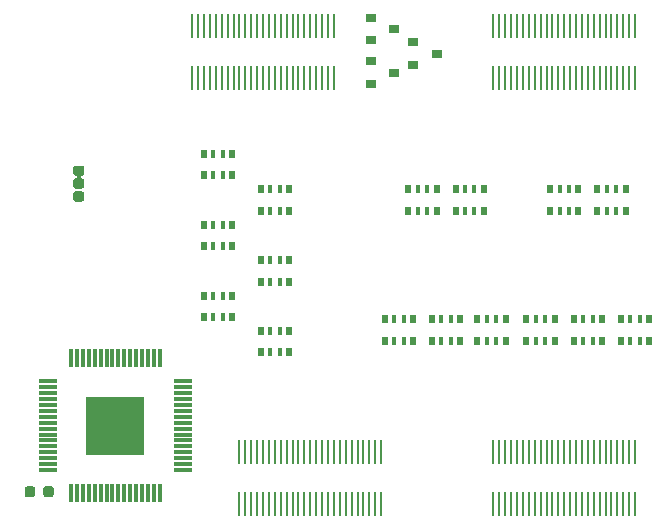
<source format=gbr>
G04 #@! TF.GenerationSoftware,KiCad,Pcbnew,(5.99.0-1662-g9db296991)*
G04 #@! TF.CreationDate,2020-05-15T17:50:03+05:30*
G04 #@! TF.ProjectId,Alchitry_IO_Shield,416c6368-6974-4727-995f-494f5f536869,rev?*
G04 #@! TF.SameCoordinates,Original*
G04 #@! TF.FileFunction,Paste,Bot*
G04 #@! TF.FilePolarity,Positive*
%FSLAX46Y46*%
G04 Gerber Fmt 4.6, Leading zero omitted, Abs format (unit mm)*
G04 Created by KiCad (PCBNEW (5.99.0-1662-g9db296991)) date 2020-05-15 17:50:03*
%MOMM*%
%LPD*%
G01*
G04 APERTURE LIST*
%ADD10R,0.500000X0.800000*%
%ADD11R,0.400000X0.800000*%
%ADD12R,0.900000X0.800000*%
%ADD13R,0.250000X2.000000*%
%ADD14R,5.000000X5.000000*%
%ADD15R,0.300000X1.500000*%
%ADD16R,1.500000X0.300000*%
G04 APERTURE END LIST*
D10*
X48800000Y-39100000D03*
D11*
X49600000Y-39100000D03*
D10*
X51200000Y-39100000D03*
D11*
X50400000Y-39100000D03*
D10*
X48800000Y-40900000D03*
D11*
X50400000Y-40900000D03*
X49600000Y-40900000D03*
D10*
X51200000Y-40900000D03*
X52800000Y-39100000D03*
D11*
X53600000Y-39100000D03*
D10*
X55200000Y-39100000D03*
D11*
X54400000Y-39100000D03*
D10*
X52800000Y-40900000D03*
D11*
X54400000Y-40900000D03*
X53600000Y-40900000D03*
D10*
X55200000Y-40900000D03*
X56650000Y-39100000D03*
D11*
X57450000Y-39100000D03*
D10*
X59050000Y-39100000D03*
D11*
X58250000Y-39100000D03*
D10*
X56650000Y-40900000D03*
D11*
X58250000Y-40900000D03*
X57450000Y-40900000D03*
D10*
X59050000Y-40900000D03*
X64800000Y-39100000D03*
D11*
X65600000Y-39100000D03*
D10*
X67200000Y-39100000D03*
D11*
X66400000Y-39100000D03*
D10*
X64800000Y-40900000D03*
D11*
X66400000Y-40900000D03*
X65600000Y-40900000D03*
D10*
X67200000Y-40900000D03*
X60800000Y-39100000D03*
D11*
X61600000Y-39100000D03*
D10*
X63200000Y-39100000D03*
D11*
X62400000Y-39100000D03*
D10*
X60800000Y-40900000D03*
D11*
X62400000Y-40900000D03*
X61600000Y-40900000D03*
D10*
X63200000Y-40900000D03*
X68800000Y-39100000D03*
D11*
X69600000Y-39100000D03*
D10*
X71200000Y-39100000D03*
D11*
X70400000Y-39100000D03*
D10*
X68800000Y-40900000D03*
D11*
X70400000Y-40900000D03*
X69600000Y-40900000D03*
D10*
X71200000Y-40900000D03*
D12*
X49600000Y-18200000D03*
X47600000Y-17250000D03*
X47600000Y-19150000D03*
X53200000Y-16600000D03*
X51200000Y-15650000D03*
X51200000Y-17550000D03*
X49600000Y-14500000D03*
X47600000Y-13550000D03*
X47600000Y-15450000D03*
G36*
G01*
X22750000Y-27440000D02*
X22750000Y-26640000D01*
G75*
G02*
X22825000Y-26565000I75000J0D01*
G01*
X22975000Y-26565000D01*
G75*
G02*
X23050000Y-26640000I0J-75000D01*
G01*
X23050000Y-27440000D01*
G75*
G02*
X22975000Y-27515000I-75000J0D01*
G01*
X22825000Y-27515000D01*
G75*
G02*
X22750000Y-27440000I0J75000D01*
G01*
G37*
G36*
G01*
X23156250Y-29137500D02*
X22643750Y-29137500D01*
G75*
G02*
X22425000Y-28918750I0J218750D01*
G01*
X22425000Y-28481250D01*
G75*
G02*
X22643750Y-28262500I218750J0D01*
G01*
X23156250Y-28262500D01*
G75*
G02*
X23375000Y-28481250I0J-218750D01*
G01*
X23375000Y-28918750D01*
G75*
G02*
X23156250Y-29137500I-218750J0D01*
G01*
G37*
G36*
G01*
X22643750Y-26075000D02*
X23156250Y-26075000D01*
G75*
G02*
X23375000Y-26293750I0J-218750D01*
G01*
X23375000Y-26731250D01*
G75*
G02*
X23156250Y-26950000I-218750J0D01*
G01*
X22643750Y-26950000D01*
G75*
G02*
X22425000Y-26731250I0J218750D01*
G01*
X22425000Y-26293750D01*
G75*
G02*
X22643750Y-26075000I218750J0D01*
G01*
G37*
G36*
G01*
X22643750Y-27162500D02*
X23156250Y-27162500D01*
G75*
G02*
X23375000Y-27381250I0J-218750D01*
G01*
X23375000Y-27818750D01*
G75*
G02*
X23156250Y-28037500I-218750J0D01*
G01*
X22643750Y-28037500D01*
G75*
G02*
X22425000Y-27818750I0J218750D01*
G01*
X22425000Y-27381250D01*
G75*
G02*
X22643750Y-27162500I218750J0D01*
G01*
G37*
D13*
X41000000Y-54700000D03*
X41500000Y-54700000D03*
X43500000Y-54700000D03*
X69500000Y-54700000D03*
X44000000Y-54700000D03*
X43000000Y-54700000D03*
X65500000Y-54700000D03*
X66000000Y-54700000D03*
X42000000Y-54700000D03*
X42500000Y-50300000D03*
X70000000Y-54700000D03*
X45500000Y-50300000D03*
X36500000Y-50300000D03*
X40500000Y-50300000D03*
X37500000Y-50300000D03*
X41500000Y-50300000D03*
X47000000Y-50300000D03*
X39000000Y-50300000D03*
X38000000Y-50300000D03*
X40500000Y-54700000D03*
X39500000Y-54700000D03*
X37500000Y-54700000D03*
X66500000Y-54700000D03*
X67000000Y-54700000D03*
X67500000Y-54700000D03*
X68000000Y-54700000D03*
X68500000Y-54700000D03*
X39500000Y-50300000D03*
X42500000Y-54700000D03*
X69000000Y-54700000D03*
X43000000Y-50300000D03*
X36500000Y-54700000D03*
X44000000Y-50300000D03*
X48000000Y-50300000D03*
X44500000Y-50300000D03*
X40000000Y-54700000D03*
X45000000Y-54700000D03*
X45000000Y-50300000D03*
X46000000Y-50300000D03*
X46500000Y-50300000D03*
X44500000Y-54700000D03*
X46000000Y-54700000D03*
X42000000Y-50300000D03*
X41000000Y-50300000D03*
X38500000Y-50300000D03*
X37000000Y-54700000D03*
X47500000Y-50300000D03*
X48500000Y-50300000D03*
X45500000Y-54700000D03*
X40000000Y-50300000D03*
X37000000Y-50300000D03*
X39000000Y-54700000D03*
X38000000Y-54700000D03*
X65000000Y-54700000D03*
X38500000Y-54700000D03*
X43500000Y-50300000D03*
X46500000Y-54700000D03*
X47000000Y-54700000D03*
X47500000Y-54700000D03*
X48000000Y-54700000D03*
X48500000Y-54700000D03*
X69500000Y-50300000D03*
X63500000Y-50300000D03*
X69000000Y-50300000D03*
X70000000Y-50300000D03*
X68500000Y-50300000D03*
X61500000Y-14300000D03*
X64000000Y-18700000D03*
X65500000Y-14300000D03*
X63500000Y-14300000D03*
X63000000Y-14300000D03*
X60000000Y-14300000D03*
X67000000Y-14300000D03*
X62000000Y-18700000D03*
X68000000Y-18700000D03*
X58000000Y-18700000D03*
X60500000Y-18700000D03*
X68000000Y-14300000D03*
X67000000Y-18700000D03*
X69500000Y-14300000D03*
X66000000Y-14300000D03*
X66000000Y-18700000D03*
X64000000Y-14300000D03*
X66500000Y-14300000D03*
X59500000Y-14300000D03*
X65000000Y-14300000D03*
X69000000Y-14300000D03*
X59000000Y-18700000D03*
X58000000Y-14300000D03*
X62500000Y-14300000D03*
X67500000Y-14300000D03*
X68500000Y-14300000D03*
X60500000Y-14300000D03*
X67500000Y-18700000D03*
X69000000Y-18700000D03*
X62000000Y-14300000D03*
X61500000Y-18700000D03*
X61000000Y-14300000D03*
X68500000Y-18700000D03*
X61000000Y-18700000D03*
X65500000Y-18700000D03*
X69500000Y-18700000D03*
X58500000Y-14300000D03*
X59500000Y-18700000D03*
X60000000Y-18700000D03*
X64500000Y-18700000D03*
X59000000Y-14300000D03*
X63500000Y-18700000D03*
X62500000Y-18700000D03*
X66500000Y-18700000D03*
X65000000Y-18700000D03*
X58500000Y-18700000D03*
X63000000Y-18700000D03*
X64500000Y-14300000D03*
X70000000Y-14300000D03*
X36000000Y-18700000D03*
X34500000Y-18700000D03*
X35500000Y-18700000D03*
X39000000Y-18700000D03*
X67500000Y-50300000D03*
X38500000Y-18700000D03*
X66000000Y-50300000D03*
X40500000Y-14300000D03*
X41500000Y-18700000D03*
X43500000Y-14300000D03*
X33000000Y-18700000D03*
X43500000Y-18700000D03*
X32500000Y-14300000D03*
X70000000Y-18700000D03*
X38500000Y-14300000D03*
X36000000Y-14300000D03*
X37000000Y-14300000D03*
X35500000Y-14300000D03*
X35000000Y-18700000D03*
X39000000Y-14300000D03*
X67000000Y-50300000D03*
X39500000Y-14300000D03*
X40000000Y-14300000D03*
X44500000Y-18700000D03*
X65000000Y-50300000D03*
X38000000Y-18700000D03*
X66500000Y-50300000D03*
X64500000Y-50300000D03*
X41000000Y-14300000D03*
X42000000Y-14300000D03*
X42500000Y-14300000D03*
X44000000Y-14300000D03*
X37000000Y-18700000D03*
X32500000Y-18700000D03*
X64000000Y-50300000D03*
X39500000Y-18700000D03*
X35000000Y-14300000D03*
X44000000Y-18700000D03*
X40500000Y-18700000D03*
X33500000Y-18700000D03*
X41500000Y-14300000D03*
X43000000Y-14300000D03*
X38000000Y-14300000D03*
X34000000Y-18700000D03*
X68000000Y-50300000D03*
X36500000Y-14300000D03*
X40000000Y-18700000D03*
X42000000Y-18700000D03*
X65500000Y-50300000D03*
X33500000Y-14300000D03*
X33000000Y-14300000D03*
X36500000Y-18700000D03*
X44500000Y-14300000D03*
X37500000Y-14300000D03*
X37500000Y-18700000D03*
X34500000Y-14300000D03*
X34000000Y-14300000D03*
X42500000Y-18700000D03*
X43000000Y-18700000D03*
X41000000Y-18700000D03*
X62000000Y-50300000D03*
X63000000Y-50300000D03*
X62500000Y-50300000D03*
X61000000Y-50300000D03*
X58000000Y-50300000D03*
X58500000Y-50300000D03*
X60500000Y-50300000D03*
X64000000Y-54700000D03*
X63500000Y-54700000D03*
X59000000Y-50300000D03*
X61500000Y-50300000D03*
X60000000Y-50300000D03*
X59500000Y-50300000D03*
X62500000Y-54700000D03*
X60500000Y-54700000D03*
X63000000Y-54700000D03*
X62000000Y-54700000D03*
X61500000Y-54700000D03*
X59500000Y-54700000D03*
X61000000Y-54700000D03*
X58500000Y-54700000D03*
X60000000Y-54700000D03*
X64500000Y-54700000D03*
X59000000Y-54700000D03*
X58000000Y-54700000D03*
D10*
X53200000Y-29900000D03*
D11*
X51600000Y-29900000D03*
X52400000Y-29900000D03*
D10*
X50800000Y-29900000D03*
D11*
X52400000Y-28100000D03*
D10*
X53200000Y-28100000D03*
D11*
X51600000Y-28100000D03*
D10*
X50800000Y-28100000D03*
X57200000Y-29900000D03*
D11*
X55600000Y-29900000D03*
X56400000Y-29900000D03*
D10*
X54800000Y-29900000D03*
D11*
X56400000Y-28100000D03*
D10*
X57200000Y-28100000D03*
D11*
X55600000Y-28100000D03*
D10*
X54800000Y-28100000D03*
X65200000Y-29900000D03*
D11*
X63600000Y-29900000D03*
X64400000Y-29900000D03*
D10*
X62800000Y-29900000D03*
D11*
X64400000Y-28100000D03*
D10*
X65200000Y-28100000D03*
D11*
X63600000Y-28100000D03*
D10*
X62800000Y-28100000D03*
X69200000Y-29900000D03*
D11*
X67600000Y-29900000D03*
X68400000Y-29900000D03*
D10*
X66800000Y-29900000D03*
D11*
X68400000Y-28100000D03*
D10*
X69200000Y-28100000D03*
D11*
X67600000Y-28100000D03*
D10*
X66800000Y-28100000D03*
X35900000Y-26900000D03*
D11*
X34300000Y-26900000D03*
X35100000Y-26900000D03*
D10*
X33500000Y-26900000D03*
D11*
X35100000Y-25100000D03*
D10*
X35900000Y-25100000D03*
D11*
X34300000Y-25100000D03*
D10*
X33500000Y-25100000D03*
X40700000Y-29900000D03*
D11*
X39100000Y-29900000D03*
X39900000Y-29900000D03*
D10*
X38300000Y-29900000D03*
D11*
X39900000Y-28100000D03*
D10*
X40700000Y-28100000D03*
D11*
X39100000Y-28100000D03*
D10*
X38300000Y-28100000D03*
X35900000Y-32900000D03*
D11*
X34300000Y-32900000D03*
X35100000Y-32900000D03*
D10*
X33500000Y-32900000D03*
D11*
X35100000Y-31100000D03*
D10*
X35900000Y-31100000D03*
D11*
X34300000Y-31100000D03*
D10*
X33500000Y-31100000D03*
X40700000Y-35900000D03*
D11*
X39100000Y-35900000D03*
X39900000Y-35900000D03*
D10*
X38300000Y-35900000D03*
D11*
X39900000Y-34100000D03*
D10*
X40700000Y-34100000D03*
D11*
X39100000Y-34100000D03*
D10*
X38300000Y-34100000D03*
X35900000Y-38900000D03*
D11*
X34300000Y-38900000D03*
X35100000Y-38900000D03*
D10*
X33500000Y-38900000D03*
D11*
X35100000Y-37100000D03*
D10*
X35900000Y-37100000D03*
D11*
X34300000Y-37100000D03*
D10*
X33500000Y-37100000D03*
X40700000Y-41900000D03*
D11*
X39100000Y-41900000D03*
X39900000Y-41900000D03*
D10*
X38300000Y-41900000D03*
D11*
X39900000Y-40100000D03*
D10*
X40700000Y-40100000D03*
D11*
X39100000Y-40100000D03*
D10*
X38300000Y-40100000D03*
D14*
X26000000Y-48100000D03*
D15*
X29750000Y-53800000D03*
X29250000Y-53800000D03*
X28750000Y-53800000D03*
X28250000Y-53800000D03*
X27750000Y-53800000D03*
X27250000Y-53800000D03*
X26750000Y-53800000D03*
X26250000Y-53800000D03*
X25750000Y-53800000D03*
X25250000Y-53800000D03*
X24750000Y-53800000D03*
X24250000Y-53800000D03*
X23750000Y-53800000D03*
X23250000Y-53800000D03*
X22750000Y-53800000D03*
X22250000Y-53800000D03*
D16*
X20300000Y-51850000D03*
X20300000Y-51350000D03*
X20300000Y-50850000D03*
X20300000Y-50350000D03*
X20300000Y-49850000D03*
X20300000Y-49350000D03*
X20300000Y-48850000D03*
X20300000Y-48350000D03*
X20300000Y-47850000D03*
X20300000Y-47350000D03*
X20300000Y-46850000D03*
X20300000Y-46350000D03*
X20300000Y-45850000D03*
X20300000Y-45350000D03*
X20300000Y-44850000D03*
X20300000Y-44350000D03*
D15*
X22250000Y-42400000D03*
X22750000Y-42400000D03*
X23250000Y-42400000D03*
X23750000Y-42400000D03*
X24250000Y-42400000D03*
X24750000Y-42400000D03*
X25250000Y-42400000D03*
X25750000Y-42400000D03*
X26250000Y-42400000D03*
X26750000Y-42400000D03*
X27250000Y-42400000D03*
X27750000Y-42400000D03*
X28250000Y-42400000D03*
X28750000Y-42400000D03*
X29250000Y-42400000D03*
X29750000Y-42400000D03*
D16*
X31700000Y-44350000D03*
X31700000Y-44850000D03*
X31700000Y-45350000D03*
X31700000Y-45850000D03*
X31700000Y-46350000D03*
X31700000Y-46850000D03*
X31700000Y-47350000D03*
X31700000Y-47850000D03*
X31700000Y-48350000D03*
X31700000Y-48850000D03*
X31700000Y-49350000D03*
X31700000Y-49850000D03*
X31700000Y-50350000D03*
X31700000Y-50850000D03*
X31700000Y-51350000D03*
X31700000Y-51850000D03*
G36*
G01*
X20775000Y-53443750D02*
X20775000Y-53956250D01*
G75*
G02*
X20556250Y-54175000I-218750J0D01*
G01*
X20118750Y-54175000D01*
G75*
G02*
X19900000Y-53956250I0J218750D01*
G01*
X19900000Y-53443750D01*
G75*
G02*
X20118750Y-53225000I218750J0D01*
G01*
X20556250Y-53225000D01*
G75*
G02*
X20775000Y-53443750I0J-218750D01*
G01*
G37*
G36*
G01*
X19200000Y-53443750D02*
X19200000Y-53956250D01*
G75*
G02*
X18981250Y-54175000I-218750J0D01*
G01*
X18543750Y-54175000D01*
G75*
G02*
X18325000Y-53956250I0J218750D01*
G01*
X18325000Y-53443750D01*
G75*
G02*
X18543750Y-53225000I218750J0D01*
G01*
X18981250Y-53225000D01*
G75*
G02*
X19200000Y-53443750I0J-218750D01*
G01*
G37*
M02*

</source>
